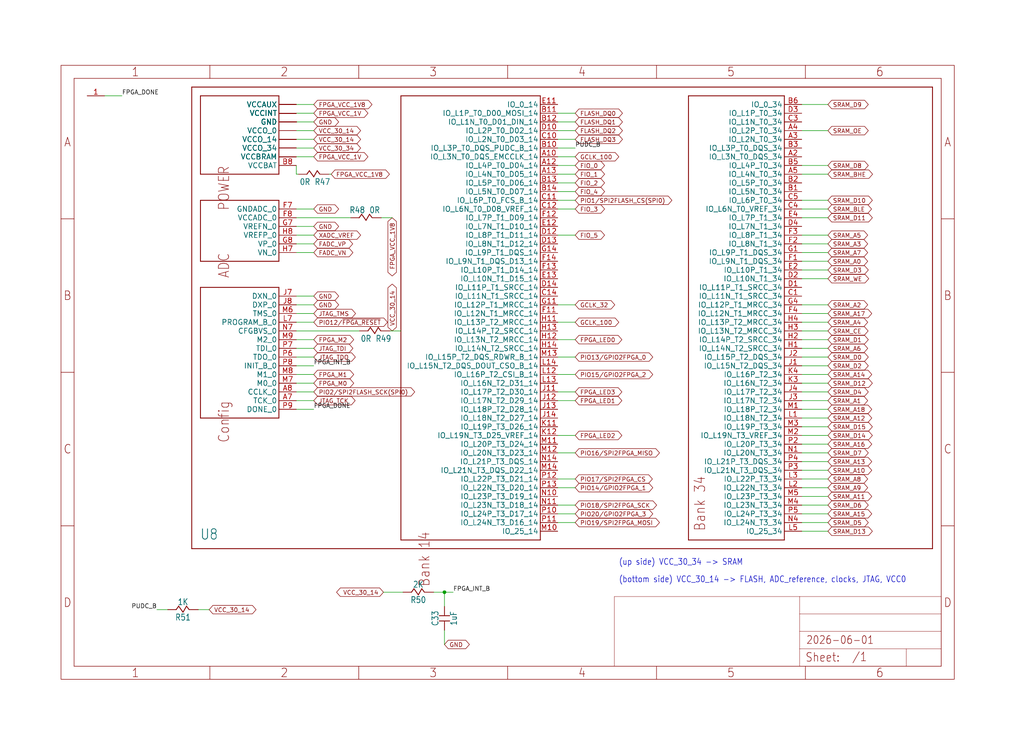
<source format=kicad_sch>
(kicad_sch (version 20250114) (generator "eeschema") (generator_version "9.0")
  (paper "User" 298.45 217.322)
  (lib_symbols
    (symbol "env-eagle-import:A4L-LOC"
      (symbol "A4L-LOC_1_0"
        (polyline (pts (xy 0 179.07) (xy 260.35 179.07) (xy 260.35 0) (xy 0 0) (xy 0 179.07)))
        (polyline (pts (xy 0 134.3025) (xy 3.81 134.3025)))
        (polyline (pts (xy 0 89.535) (xy 3.81 89.535)))
        (polyline (pts (xy 0 44.7675) (xy 3.81 44.7675)))
        (polyline (pts (xy 3.81 175.26) (xy 3.81 3.81)))
        (polyline (pts (xy 43.3917 179.07) (xy 43.3917 175.26)))
        (polyline (pts (xy 43.3917 3.81) (xy 43.3917 0)))
        (polyline (pts (xy 86.7833 179.07) (xy 86.7833 175.26)))
        (polyline (pts (xy 86.7833 3.81) (xy 86.7833 0)))
        (polyline (pts (xy 130.175 179.07) (xy 130.175 175.26)))
        (polyline (pts (xy 130.175 3.81) (xy 130.175 0)))
        (polyline (pts (xy 161.29 24.13) (xy 215.265 24.13)) (stroke (width 0.1016)))
        (polyline (pts (xy 161.29 3.81) (xy 161.29 24.13)) (stroke (width 0.1016)))
        (polyline (pts (xy 173.5667 179.07) (xy 173.5667 175.26)))
        (polyline (pts (xy 173.5667 3.81) (xy 173.5667 0)))
        (polyline (pts (xy 215.265 24.13) (xy 256.54 24.13)) (stroke (width 0.1016)))
        (polyline (pts (xy 215.265 19.05) (xy 215.265 24.13)) (stroke (width 0.1016)))
        (polyline (pts (xy 215.265 19.05) (xy 256.54 19.05)) (stroke (width 0.1016)))
        (polyline (pts (xy 215.265 13.97) (xy 215.265 19.05)) (stroke (width 0.1016)))
        (polyline (pts (xy 215.265 13.97) (xy 256.54 13.97)) (stroke (width 0.1016)))
        (polyline (pts (xy 215.265 8.89) (xy 215.265 13.97)) (stroke (width 0.1016)))
        (polyline (pts (xy 215.265 8.89) (xy 215.265 3.81)) (stroke (width 0.1016)))
        (polyline (pts (xy 216.9583 179.07) (xy 216.9583 175.26)))
        (polyline (pts (xy 216.9583 3.81) (xy 216.9583 0)))
        (polyline (pts (xy 246.38 8.89) (xy 215.265 8.89)) (stroke (width 0.1016)))
        (polyline (pts (xy 246.38 8.89) (xy 256.54 8.89)) (stroke (width 0.1016)))
        (polyline (pts (xy 246.38 3.81) (xy 246.38 8.89)) (stroke (width 0.1016)))
        (polyline (pts (xy 256.54 175.26) (xy 3.81 175.26)))
        (polyline (pts (xy 256.54 175.26) (xy 256.54 3.81)))
        (polyline (pts (xy 256.54 134.3025) (xy 260.35 134.3025)))
        (polyline (pts (xy 256.54 89.535) (xy 260.35 89.535)))
        (polyline (pts (xy 256.54 44.7675) (xy 260.35 44.7675)))
        (polyline (pts (xy 256.54 19.05) (xy 256.54 24.13)) (stroke (width 0.1016)))
        (polyline (pts (xy 256.54 13.97) (xy 256.54 19.05)) (stroke (width 0.1016)))
        (polyline (pts (xy 256.54 8.89) (xy 256.54 13.97)) (stroke (width 0.1016)))
        (polyline (pts (xy 256.54 3.81) (xy 3.81 3.81)))
        (polyline (pts (xy 256.54 3.81) (xy 256.54 8.89)) (stroke (width 0.1016)))
        (text "A" (at 1.905 156.6863 0) (effects (font (size 2.54 2.286))))
        (text "B" (at 1.905 111.9188 0) (effects (font (size 2.54 2.286))))
        (text "C" (at 1.905 67.1513 0) (effects (font (size 2.54 2.286))))
        (text "D" (at 1.905 22.3838 0) (effects (font (size 2.54 2.286))))
        (text "1" (at 21.6958 177.165 0) (effects (font (size 2.54 2.286))))
        (text "1" (at 21.6958 1.905 0) (effects (font (size 2.54 2.286))))
        (text "2" (at 65.0875 177.165 0) (effects (font (size 2.54 2.286))))
        (text "2" (at 65.0875 1.905 0) (effects (font (size 2.54 2.286))))
        (text "3" (at 108.4792 177.165 0) (effects (font (size 2.54 2.286))))
        (text "3" (at 108.4792 1.905 0) (effects (font (size 2.54 2.286))))
        (text "4" (at 151.8708 177.165 0) (effects (font (size 2.54 2.286))))
        (text "4" (at 151.8708 1.905 0) (effects (font (size 2.54 2.286))))
        (text "5" (at 195.2625 177.165 0) (effects (font (size 2.54 2.286))))
        (text "5" (at 195.2625 1.905 0) (effects (font (size 2.54 2.286))))
        (text "Sheet:" (at 216.916 4.953 0) (effects (font (size 2.54 2.159)) (justify left bottom)))
        (text "${PROJECTNAME}" (at 217.17 15.24 0) (effects (font (size 2.54 2.159)) (justify left bottom)))
        (text "${CURRENT_DATE}" (at 217.17 10.16 0) (effects (font (size 2.286 1.9431)) (justify left bottom)))
        (text "${#}/${##}" (at 230.505 5.08 0) (effects (font (size 2.54 2.159)) (justify left bottom)))
        (text "6" (at 238.6542 177.165 0) (effects (font (size 2.54 2.286))))
        (text "6" (at 238.6542 1.905 0) (effects (font (size 2.54 2.286))))
        (text "A" (at 258.445 156.6863 0) (effects (font (size 2.54 2.286))))
        (text "B" (at 258.445 111.9188 0) (effects (font (size 2.54 2.286))))
        (text "C" (at 258.445 67.1513 0) (effects (font (size 2.54 2.286))))
        (text "D" (at 258.445 22.3838 0) (effects (font (size 2.54 2.286))))
      )
    )
    (symbol "env-eagle-import:CAPACITOR0402"
      (property "Reference" "C" (at 0 1.714 0))
      (symbol "CAPACITOR0402_1_0"
        (polyline (pts (xy -0.762 1.524) (xy -0.762 -1.524)) (stroke (width 0.254)))
        (polyline (pts (xy 0.762 -1.524) (xy 0.762 1.524)) (stroke (width 0.254)))
        (pin bidirectional line (at -3.46 0 0) (length 2.54) (name "P$1") (number "1"))
        (pin bidirectional line (at 3.46 0 180) (length 2.54) (name "P$2") (number "2"))
      )
    )
    (symbol "env-eagle-import:RESISTORSMD_0402"
      (property "Reference" "R" (at 0 2 0))
      (symbol "RESISTORSMD_0402_1_0"
        (polyline (pts (xy -2 0) (xy -1.27 1.016)) (stroke (width 0.254)))
        (polyline (pts (xy -1.27 1.016) (xy 0 -0.762)) (stroke (width 0.254)))
        (polyline (pts (xy 0 -0.762) (xy 1.016 1.016)) (stroke (width 0.254)))
        (polyline (pts (xy 1.016 1.016) (xy 1.778 0)) (stroke (width 0.254)))
        (pin bidirectional line (at -4.46 0 0) (length 2.54) (name "1") (number "1"))
        (pin bidirectional line (at 4.46 0 180) (length 2.54) (name "2") (number "2"))
      )
    )
    (symbol "env-eagle-import:SPARTAN7-LX15"
      (property "Reference" "U" (at 0 0 0))
      (symbol "SPARTAN7-LX15_1_0"
        (polyline (pts (xy -2.54 132.08) (xy -2.54 -2.54)) (stroke (width 0.254)))
        (polyline (pts (xy -2.54 -2.54) (xy 213.36 -2.54)) (stroke (width 0.254)))
        (polyline (pts (xy 0 129.54) (xy 0 106.68)) (stroke (width 0.254)))
        (polyline (pts (xy 0 106.68) (xy 22.86 106.68)) (stroke (width 0.254)))
        (polyline (pts (xy 0 99.06) (xy 22.86 99.06)) (stroke (width 0.254)))
        (polyline (pts (xy 0 81.28) (xy 0 99.06)) (stroke (width 0.254)))
        (polyline (pts (xy 0 73.66) (xy 0 35.56)) (stroke (width 0.254)))
        (polyline (pts (xy 0 35.56) (xy 22.86 35.56)) (stroke (width 0.254)))
        (polyline (pts (xy 22.86 129.54) (xy 0 129.54)) (stroke (width 0.254)))
        (polyline (pts (xy 22.86 129.54) (xy 22.86 106.68)) (stroke (width 0.254)))
        (polyline (pts (xy 22.86 99.06) (xy 22.86 81.28)) (stroke (width 0.254)))
        (polyline (pts (xy 22.86 81.28) (xy 0 81.28)) (stroke (width 0.254)))
        (polyline (pts (xy 22.86 73.66) (xy 0 73.66)) (stroke (width 0.254)))
        (polyline (pts (xy 22.86 73.66) (xy 22.86 35.56)) (stroke (width 0.254)))
        (polyline (pts (xy 58.42 129.54) (xy 58.42 0)) (stroke (width 0.254)))
        (polyline (pts (xy 58.42 0) (xy 99.06 0)) (stroke (width 0.254)))
        (polyline (pts (xy 99.06 129.54) (xy 58.42 129.54)) (stroke (width 0.254)))
        (polyline (pts (xy 99.06 129.54) (xy 99.06 0)) (stroke (width 0.254)))
        (polyline (pts (xy 142.24 129.54) (xy 170.18 129.54)) (stroke (width 0.254)))
        (polyline (pts (xy 142.24 0) (xy 142.24 129.54)) (stroke (width 0.254)))
        (polyline (pts (xy 170.18 0) (xy 142.24 0)) (stroke (width 0.254)))
        (polyline (pts (xy 170.18 0) (xy 170.18 129.54)) (stroke (width 0.254)))
        (polyline (pts (xy 213.36 132.08) (xy -2.54 132.08)) (stroke (width 0.254)))
        (polyline (pts (xy 213.36 -2.54) (xy 213.36 132.08)) (stroke (width 0.254)))
        (text "POWER" (at 5.08 109.22 900) (effects (font (size 3 2.55)) (justify right top)))
        (text "ADC" (at 5.08 83.82 900) (effects (font (size 3 2.55)) (justify right top)))
        (text "Config" (at 5.08 40.64 900) (effects (font (size 3 2.55)) (justify right top)))
        (text "Bank 14" (at 63.5 2.54 900) (effects (font (size 3 2.55)) (justify right top)))
        (text "Bank 34" (at 147.32 2.54 900) (effects (font (size 3 2.55)) (justify left bottom)))
        (pin bidirectional line (at 27.94 127 180) (length 5.08) (name "VCCAUX") (number "F10"))
        (pin bidirectional line (at 27.94 127 180) (length 5.08) (name "VCCAUX") (number "H10"))
        (pin bidirectional line (at 27.94 127 180) (length 5.08) (name "VCCAUX") (number "K10"))
        (pin bidirectional line (at 27.94 127 180) (length 5.08) (name "VCCAUX") (number "L9"))
        (pin bidirectional line (at 27.94 124.46 180) (length 5.08) (name "VCCINT") (number "D6"))
        (pin bidirectional line (at 27.94 124.46 180) (length 5.08) (name "VCCINT") (number "D8"))
        (pin bidirectional line (at 27.94 124.46 180) (length 5.08) (name "VCCINT") (number "E7"))
        (pin bidirectional line (at 27.94 124.46 180) (length 5.08) (name "VCCINT") (number "E9"))
        (pin bidirectional line (at 27.94 124.46 180) (length 5.08) (name "VCCINT") (number "F6"))
        (pin bidirectional line (at 27.94 124.46 180) (length 5.08) (name "VCCINT") (number "G9"))
        (pin bidirectional line (at 27.94 124.46 180) (length 5.08) (name "VCCINT") (number "H6"))
        (pin bidirectional line (at 27.94 124.46 180) (length 5.08) (name "VCCINT") (number "J9"))
        (pin bidirectional line (at 27.94 124.46 180) (length 5.08) (name "VCCINT") (number "K6"))
        (pin bidirectional line (at 27.94 124.46 180) (length 5.08) (name "VCCINT") (number "K8"))
        (pin bidirectional line (at 27.94 121.92 180) (length 5.08) (name "GND") (number "A1"))
        (pin bidirectional line (at 27.94 121.92 180) (length 5.08) (name "GND") (number "A11"))
        (pin bidirectional line (at 27.94 121.92 180) (length 5.08) (name "GND") (number "A14"))
        (pin bidirectional line (at 27.94 121.92 180) (length 5.08) (name "GND") (number "A6"))
        (pin bidirectional line (at 27.94 121.92 180) (length 5.08) (name "GND") (number "A9"))
        (pin bidirectional line (at 27.94 121.92 180) (length 5.08) (name "GND") (number "B4"))
        (pin bidirectional line (at 27.94 121.92 180) (length 5.08) (name "GND") (number "B7"))
        (pin bidirectional line (at 27.94 121.92 180) (length 5.08) (name "GND") (number "B9"))
        (pin bidirectional line (at 27.94 121.92 180) (length 5.08) (name "GND") (number "C13"))
        (pin bidirectional line (at 27.94 121.92 180) (length 5.08) (name "GND") (number "C2"))
        (pin bidirectional line (at 27.94 121.92 180) (length 5.08) (name "GND") (number "C6"))
        (pin bidirectional line (at 27.94 121.92 180) (length 5.08) (name "GND") (number "C7"))
        (pin bidirectional line (at 27.94 121.92 180) (length 5.08) (name "GND") (number "C8"))
        (pin bidirectional line (at 27.94 121.92 180) (length 5.08) (name "GND") (number "C9"))
        (pin bidirectional line (at 27.94 121.92 180) (length 5.08) (name "GND") (number "D11"))
        (pin bidirectional line (at 27.94 121.92 180) (length 5.08) (name "GND") (number "D5"))
        (pin bidirectional line (at 27.94 121.92 180) (length 5.08) (name "GND") (number "D7"))
        (pin bidirectional line (at 27.94 121.92 180) (length 5.08) (name "GND") (number "D9"))
        (pin bidirectional line (at 27.94 121.92 180) (length 5.08) (name "GND") (number "E1"))
        (pin bidirectional line (at 27.94 121.92 180) (length 5.08) (name "GND") (number "E10"))
        (pin bidirectional line (at 27.94 121.92 180) (length 5.08) (name "GND") (number "E14"))
        (pin bidirectional line (at 27.94 121.92 180) (length 5.08) (name "GND") (number "E3"))
        (pin bidirectional line (at 27.94 121.92 180) (length 5.08) (name "GND") (number "E6"))
        (pin bidirectional line (at 27.94 121.92 180) (length 5.08) (name "GND") (number "E8"))
        (pin bidirectional line (at 27.94 121.92 180) (length 5.08) (name "GND") (number "F5"))
        (pin bidirectional line (at 27.94 121.92 180) (length 5.08) (name "GND") (number "F9"))
        (pin bidirectional line (at 27.94 121.92 180) (length 5.08) (name "GND") (number "G10"))
        (pin bidirectional line (at 27.94 121.92 180) (length 5.08) (name "GND") (number "G12"))
        (pin bidirectional line (at 27.94 121.92 180) (length 5.08) (name "GND") (number "G3"))
        (pin bidirectional line (at 27.94 121.92 180) (length 5.08) (name "GND") (number "G6"))
        (pin bidirectional line (at 27.94 121.92 180) (length 5.08) (name "GND") (number "H5"))
        (pin bidirectional line (at 27.94 121.92 180) (length 5.08) (name "GND") (number "H9"))
        (pin bidirectional line (at 27.94 121.92 180) (length 5.08) (name "GND") (number "J10"))
        (pin bidirectional line (at 27.94 121.92 180) (length 5.08) (name "GND") (number "J6"))
        (pin bidirectional line (at 27.94 121.92 180) (length 5.08) (name "GND") (number "K1"))
        (pin bidirectional line (at 27.94 121.92 180) (length 5.08) (name "GND") (number "K14"))
        (pin bidirectional line (at 27.94 121.92 180) (length 5.08) (name "GND") (number "K5"))
        (pin bidirectional line (at 27.94 121.92 180) (length 5.08) (name "GND") (number "K7"))
        (pin bidirectional line (at 27.94 121.92 180) (length 5.08) (name "GND") (number "K9"))
        (pin bidirectional line (at 27.94 121.92 180) (length 5.08) (name "GND") (number "L10"))
        (pin bidirectional line (at 27.94 121.92 180) (length 5.08) (name "GND") (number "L11"))
        (pin bidirectional line (at 27.94 121.92 180) (length 5.08) (name "GND") (number "L4"))
        (pin bidirectional line (at 27.94 121.92 180) (length 5.08) (name "GND") (number "L6"))
        (pin bidirectional line (at 27.94 121.92 180) (length 5.08) (name "GND") (number "L8"))
        (pin bidirectional line (at 27.94 121.92 180) (length 5.08) (name "GND") (number "N12"))
        (pin bidirectional line (at 27.94 121.92 180) (length 5.08) (name "GND") (number "N3"))
        (pin bidirectional line (at 27.94 121.92 180) (length 5.08) (name "GND") (number "N5"))
        (pin bidirectional line (at 27.94 121.92 180) (length 5.08) (name "GND") (number "N9"))
        (pin bidirectional line (at 27.94 121.92 180) (length 5.08) (name "GND") (number "P1"))
        (pin bidirectional line (at 27.94 121.92 180) (length 5.08) (name "GND") (number "P14"))
        (pin bidirectional line (at 27.94 119.38 180) (length 5.08) (name "VCCO_0") (number "N6"))
        (pin bidirectional line (at 27.94 119.38 180) (length 5.08) (name "VCCO_0") (number "N8"))
        (pin bidirectional line (at 27.94 116.84 180) (length 5.08) (name "VCCO_14") (number "G13"))
        (pin bidirectional line (at 27.94 116.84 180) (length 5.08) (name "VCCO_14") (number "K13"))
        (pin bidirectional line (at 27.94 116.84 180) (length 5.08) (name "VCCO_14") (number "N13"))
        (pin bidirectional line (at 27.94 114.3 180) (length 5.08) (name "VCCO_34") (number "G2"))
        (pin bidirectional line (at 27.94 114.3 180) (length 5.08) (name "VCCO_34") (number "K2"))
        (pin bidirectional line (at 27.94 114.3 180) (length 5.08) (name "VCCO_34") (number "N2"))
        (pin bidirectional line (at 27.94 111.76 180) (length 5.08) (name "VCCBRAM") (number "E5"))
        (pin bidirectional line (at 27.94 111.76 180) (length 5.08) (name "VCCBRAM") (number "G5"))
        (pin bidirectional line (at 27.94 111.76 180) (length 5.08) (name "VCCBRAM") (number "J5"))
        (pin bidirectional line (at 27.94 109.22 180) (length 5.08) (name "VCCBAT") (number "B8"))
        (pin bidirectional line (at 27.94 96.52 180) (length 5.08) (name "GNDADC_0") (number "F7"))
        (pin bidirectional line (at 27.94 93.98 180) (length 5.08) (name "VCCADC_0") (number "F8"))
        (pin bidirectional line (at 27.94 91.44 180) (length 5.08) (name "VREFN_0") (number "G7"))
        (pin bidirectional line (at 27.94 88.9 180) (length 5.08) (name "VREFP_0") (number "H8"))
        (pin bidirectional line (at 27.94 86.36 180) (length 5.08) (name "VP_0") (number "G8"))
        (pin bidirectional line (at 27.94 83.82 180) (length 5.08) (name "VN_0") (number "H7"))
        (pin bidirectional line (at 27.94 71.12 180) (length 5.08) (name "DXN_0") (number "J7"))
        (pin bidirectional line (at 27.94 68.58 180) (length 5.08) (name "DXP_0") (number "J8"))
        (pin bidirectional line (at 27.94 66.04 180) (length 5.08) (name "TMS_0") (number "M6"))
        (pin bidirectional line (at 27.94 63.5 180) (length 5.08) (name "PROGRAM_B_0") (number "L7"))
        (pin bidirectional line (at 27.94 60.96 180) (length 5.08) (name "CFGBVS_0") (number "N7"))
        (pin bidirectional line (at 27.94 58.42 180) (length 5.08) (name "M2_0") (number "M9"))
        (pin bidirectional line (at 27.94 55.88 180) (length 5.08) (name "TDI_0") (number "P7"))
        (pin bidirectional line (at 27.94 53.34 180) (length 5.08) (name "TDO_0") (number "P6"))
        (pin bidirectional line (at 27.94 50.8 180) (length 5.08) (name "INIT_B_0") (number "P8"))
        (pin bidirectional line (at 27.94 48.26 180) (length 5.08) (name "M1_0") (number "M8"))
        (pin bidirectional line (at 27.94 45.72 180) (length 5.08) (name "M0_0") (number "M7"))
        (pin bidirectional line (at 27.94 43.18 180) (length 5.08) (name "CCLK_0") (number "A8"))
        (pin bidirectional line (at 27.94 40.64 180) (length 5.08) (name "TCK_0") (number "A7"))
        (pin bidirectional line (at 27.94 38.1 180) (length 5.08) (name "DONE_0") (number "P9"))
        (pin bidirectional line (at 104.14 127 180) (length 5.08) (name "IO_0_14") (number "E11"))
        (pin bidirectional line (at 104.14 124.46 180) (length 5.08) (name "IO_L1P_T0_D00_MOSI_14") (number "B11"))
        (pin bidirectional line (at 104.14 121.92 180) (length 5.08) (name "IO_L1N_T0_D01_DIN_14") (number "B12"))
        (pin bidirectional line (at 104.14 119.38 180) (length 5.08) (name "IO_L2P_T0_D02_14") (number "D10"))
        (pin bidirectional line (at 104.14 116.84 180) (length 5.08) (name "IO_L2N_T0_D03_14") (number "C10"))
        (pin bidirectional line (at 104.14 114.3 180) (length 5.08) (name "IO_L3P_T0_DQS_PUDC_B_14") (number "B10"))
        (pin bidirectional line (at 104.14 111.76 180) (length 5.08) (name "IO_L3N_T0_DQS_EMCCLK_14") (number "A10"))
        (pin bidirectional line (at 104.14 109.22 180) (length 5.08) (name "IO_L4P_T0_D04_14") (number "A12"))
        (pin bidirectional line (at 104.14 106.68 180) (length 5.08) (name "IO_L4N_T0_D05_14") (number "A13"))
        (pin bidirectional line (at 104.14 104.14 180) (length 5.08) (name "IO_L5P_T0_D06_14") (number "B13"))
        (pin bidirectional line (at 104.14 101.6 180) (length 5.08) (name "IO_L5N_T0_D07_14") (number "B14"))
        (pin bidirectional line (at 104.14 99.06 180) (length 5.08) (name "IO_L6P_T0_FCS_B_14") (number "C11"))
        (pin bidirectional line (at 104.14 96.52 180) (length 5.08) (name "IO_L6N_T0_D08_VREF_14") (number "C12"))
        (pin bidirectional line (at 104.14 93.98 180) (length 5.08) (name "IO_L7P_T1_D09_14") (number "F12"))
        (pin bidirectional line (at 104.14 91.44 180) (length 5.08) (name "IO_L7N_T1_D10_14") (number "E12"))
        (pin bidirectional line (at 104.14 88.9 180) (length 5.08) (name "IO_L8P_T1_D11_14") (number "D12"))
        (pin bidirectional line (at 104.14 86.36 180) (length 5.08) (name "IO_L8N_T1_D12_14") (number "D13"))
        (pin bidirectional line (at 104.14 83.82 180) (length 5.08) (name "IO_L9P_T1_DQS_14") (number "G14"))
        (pin bidirectional line (at 104.14 81.28 180) (length 5.08) (name "IO_L9N_T1_DQS_D13_14") (number "F14"))
        (pin bidirectional line (at 104.14 78.74 180) (length 5.08) (name "IO_L10P_T1_D14_14") (number "F13"))
        (pin bidirectional line (at 104.14 76.2 180) (length 5.08) (name "IO_L10N_T1_D15_14") (number "E13"))
        (pin bidirectional line (at 104.14 73.66 180) (length 5.08) (name "IO_L11P_T1_SRCC_14") (number "D14"))
        (pin bidirectional line (at 104.14 71.12 180) (length 5.08) (name "IO_L11N_T1_SRCC_14") (number "C14"))
        (pin bidirectional line (at 104.14 68.58 180) (length 5.08) (name "IO_L12P_T1_MRCC_14") (number "G11"))
        (pin bidirectional line (at 104.14 66.04 180) (length 5.08) (name "IO_L12N_T1_MRCC_14") (number "F11"))
        (pin bidirectional line (at 104.14 63.5 180) (length 5.08) (name "IO_L13P_T2_MRCC_14") (number "H11"))
        (pin bidirectional line (at 104.14 60.96 180) (length 5.08) (name "IO_L14P_T2_SRCC_14") (number "H13"))
        (pin bidirectional line (at 104.14 58.42 180) (length 5.08) (name "IO_L13N_T2_MRCC_14") (number "H12"))
        (pin bidirectional line (at 104.14 55.88 180) (length 5.08) (name "IO_L14N_T2_SRCC_14") (number "H14"))
        (pin bidirectional line (at 104.14 53.34 180) (length 5.08) (name "IO_L15P_T2_DQS_RDWR_B_14") (number "M13"))
        (pin bidirectional line (at 104.14 50.8 180) (length 5.08) (name "IO_L15N_T2_DQS_DOUT_CSO_B_14") (number "L14"))
        (pin bidirectional line (at 104.14 48.26 180) (length 5.08) (name "IO_L16P_T2_CSI_B_14") (number "L12"))
        (pin bidirectional line (at 104.14 45.72 180) (length 5.08) (name "IO_L16N_T2_D31_14") (number "L13"))
        (pin bidirectional line (at 104.14 43.18 180) (length 5.08) (name "IO_L17P_T2_D30_14") (number "J11"))
        (pin bidirectional line (at 104.14 40.64 180) (length 5.08) (name "IO_L17N_T2_D29_14") (number "J12"))
        (pin bidirectional line (at 104.14 38.1 180) (length 5.08) (name "IO_L18P_T2_D28_14") (number "J13"))
        (pin bidirectional line (at 104.14 35.56 180) (length 5.08) (name "IO_L18N_T2_D27_14") (number "J14"))
        (pin bidirectional line (at 104.14 33.02 180) (length 5.08) (name "IO_L19P_T3_D26_14") (number "K11"))
        (pin bidirectional line (at 104.14 30.48 180) (length 5.08) (name "IO_L19N_T3_D25_VREF_14") (number "K12"))
        (pin bidirectional line (at 104.14 27.94 180) (length 5.08) (name "IO_L20P_T3_D24_14") (number "M11"))
        (pin bidirectional line (at 104.14 25.4 180) (length 5.08) (name "IO_L20N_T3_D23_14") (number "M12"))
        (pin bidirectional line (at 104.14 22.86 180) (length 5.08) (name "IO_L21P_T3_DQS_14") (number "N14"))
        (pin bidirectional line (at 104.14 20.32 180) (length 5.08) (name "IO_L21N_T3_DQS_D22_14") (number "M14"))
        (pin bidirectional line (at 104.14 17.78 180) (length 5.08) (name "IO_L22P_T3_D21_14") (number "P12"))
        (pin bidirectional line (at 104.14 15.24 180) (length 5.08) (name "IO_L22N_T3_D20_14") (number "P13"))
        (pin bidirectional line (at 104.14 12.7 180) (length 5.08) (name "IO_L23P_T3_D19_14") (number "N10"))
        (pin bidirectional line (at 104.14 10.16 180) (length 5.08) (name "IO_L23N_T3_D18_14") (number "N11"))
        (pin bidirectional line (at 104.14 7.62 180) (length 5.08) (name "IO_L24P_T3_D17_14") (number "P10"))
        (pin bidirectional line (at 104.14 5.08 180) (length 5.08) (name "IO_L24N_T3_D16_14") (number "P11"))
        (pin bidirectional line (at 104.14 2.54 180) (length 5.08) (name "IO_25_14") (number "M10"))
        (pin bidirectional line (at 175.26 127 180) (length 5.08) (name "IO_0_34") (number "B6"))
        (pin bidirectional line (at 175.26 124.46 180) (length 5.08) (name "IO_L1P_T0_34") (number "D3"))
        (pin bidirectional line (at 175.26 121.92 180) (length 5.08) (name "IO_L1N_T0_34") (number "C3"))
        (pin bidirectional line (at 175.26 119.38 180) (length 5.08) (name "IO_L2P_T0_34") (number "A4"))
        (pin bidirectional line (at 175.26 116.84 180) (length 5.08) (name "IO_L2N_T0_34") (number "A3"))
        (pin bidirectional line (at 175.26 114.3 180) (length 5.08) (name "IO_L3P_T0_DQS_34") (number "B3"))
        (pin bidirectional line (at 175.26 111.76 180) (length 5.08) (name "IO_L3N_T0_DQS_34") (number "A2"))
        (pin bidirectional line (at 175.26 109.22 180) (length 5.08) (name "IO_L4P_T0_34") (number "B5"))
        (pin bidirectional line (at 175.26 106.68 180) (length 5.08) (name "IO_L4N_T0_34") (number "A5"))
        (pin bidirectional line (at 175.26 104.14 180) (length 5.08) (name "IO_L5P_T0_34") (number "B2"))
        (pin bidirectional line (at 175.26 101.6 180) (length 5.08) (name "IO_L5N_T0_34") (number "B1"))
        (pin bidirectional line (at 175.26 99.06 180) (length 5.08) (name "IO_L6P_T0_34") (number "C5"))
        (pin bidirectional line (at 175.26 96.52 180) (length 5.08) (name "IO_L6N_T0_VREF_34") (number "C4"))
        (pin bidirectional line (at 175.26 93.98 180) (length 5.08) (name "IO_L7P_T1_34") (number "E4"))
        (pin bidirectional line (at 175.26 91.44 180) (length 5.08) (name "IO_L7N_T1_34") (number "D4"))
        (pin bidirectional line (at 175.26 88.9 180) (length 5.08) (name "IO_L8P_T1_34") (number "F3"))
        (pin bidirectional line (at 175.26 86.36 180) (length 5.08) (name "IO_L8N_T1_34") (number "F2"))
        (pin bidirectional line (at 175.26 83.82 180) (length 5.08) (name "IO_L9P_T1_DQS_34") (number "G1"))
        (pin bidirectional line (at 175.26 81.28 180) (length 5.08) (name "IO_L9N_T1_DQS_34") (number "F1"))
        (pin bidirectional line (at 175.26 78.74 180) (length 5.08) (name "IO_L10P_T1_34") (number "E2"))
        (pin bidirectional line (at 175.26 76.2 180) (length 5.08) (name "IO_L10N_T1_34") (number "D2"))
        (pin bidirectional line (at 175.26 73.66 180) (length 5.08) (name "IO_L11P_T1_SRCC_34") (number "D1"))
        (pin bidirectional line (at 175.26 71.12 180) (length 5.08) (name "IO_L11N_T1_SRCC_34") (number "C1"))
        (pin bidirectional line (at 175.26 68.58 180) (length 5.08) (name "IO_L12P_T1_MRCC_34") (number "G4"))
        (pin bidirectional line (at 175.26 66.04 180) (length 5.08) (name "IO_L12N_T1_MRCC_34") (number "F4"))
        (pin bidirectional line (at 175.26 63.5 180) (length 5.08) (name "IO_L13P_T2_MRCC_34") (number "H4"))
        (pin bidirectional line (at 175.26 60.96 180) (length 5.08) (name "IO_L13N_T2_MRCC_34") (number "H3"))
        (pin bidirectional line (at 175.26 58.42 180) (length 5.08) (name "IO_L14P_T2_SRCC_34") (number "H2"))
        (pin bidirectional line (at 175.26 55.88 180) (length 5.08) (name "IO_L14N_T2_SRCC_34") (number "H1"))
        (pin bidirectional line (at 175.26 53.34 180) (length 5.08) (name "IO_L15P_T2_DQS_34") (number "J2"))
        (pin bidirectional line (at 175.26 50.8 180) (length 5.08) (name "IO_L15N_T2_DQS_34") (number "J1"))
        (pin bidirectional line (at 175.26 48.26 180) (length 5.08) (name "IO_L16P_T2_34") (number "K4"))
        (pin bidirectional line (at 175.26 45.72 180) (length 5.08) (name "IO_L16N_T2_34") (number "K3"))
        (pin bidirectional line (at 175.26 43.18 180) (length 5.08) (name "IO_L17P_T2_34") (number "J4"))
        (pin bidirectional line (at 175.26 40.64 180) (length 5.08) (name "IO_L17N_T2_34") (number "J3"))
        (pin bidirectional line (at 175.26 38.1 180) (length 5.08) (name "IO_L18P_T2_34") (number "M1"))
        (pin bidirectional line (at 175.26 35.56 180) (length 5.08) (name "IO_L18N_T2_34") (number "L1"))
        (pin bidirectional line (at 175.26 33.02 180) (length 5.08) (name "IO_L19P_T3_34") (number "M3"))
        (pin bidirectional line (at 175.26 30.48 180) (length 5.08) (name "IO_L19N_T3_VREF_34") (number "M2"))
        (pin bidirectional line (at 175.26 27.94 180) (length 5.08) (name "IO_L20P_T3_34") (number "P2"))
        (pin bidirectional line (at 175.26 25.4 180) (length 5.08) (name "IO_L20N_T3_34") (number "N1"))
        (pin bidirectional line (at 175.26 22.86 180) (length 5.08) (name "IO_L21P_T3_DQS_34") (number "P4"))
        (pin bidirectional line (at 175.26 20.32 180) (length 5.08) (name "IO_L21N_T3_DQS_34") (number "P3"))
        (pin bidirectional line (at 175.26 17.78 180) (length 5.08) (name "IO_L22P_T3_34") (number "L3"))
        (pin bidirectional line (at 175.26 15.24 180) (length 5.08) (name "IO_L22N_T3_34") (number "L2"))
        (pin bidirectional line (at 175.26 12.7 180) (length 5.08) (name "IO_L23P_T3_34") (number "M5"))
        (pin bidirectional line (at 175.26 10.16 180) (length 5.08) (name "IO_L23N_T3_34") (number "M4"))
        (pin bidirectional line (at 175.26 7.62 180) (length 5.08) (name "IO_L24P_T3_34") (number "P5"))
        (pin bidirectional line (at 175.26 5.08 180) (length 5.08) (name "IO_L24N_T3_34") (number "N4"))
        (pin bidirectional line (at 175.26 2.54 180) (length 5.08) (name "IO_25_34") (number "L5"))
      )
    )
    (symbol "env-eagle-import:TEST_POINTSMD"
      (symbol "TEST_POINTSMD_1_0"
        (pin bidirectional line (at -5.08 0 0) (length 5.08) (name ">NAME") (number "1"))
      )
    )
  )
  (text "(up side) VCC_30_34 -> SRAM" (at 180.34 165.1 0) (effects (font (size 1.778 1.5113)) (justify left bottom)))
  (text "(bottom side) VCC_30_14 -> FLASH, ADC_reference, clocks, JTAG, VCC0" (at 180.34 170.18 0) (effects (font (size 1.778 1.5113)) (justify left bottom)))
  (junction (at 129.54 172.72))
  (wire (pts (xy 162.56 88.9) (xy 167.64 88.9)) (stroke (width 0.1524)))
  (wire (pts (xy 233.68 114.3) (xy 241.3 114.3)) (stroke (width 0.1524)))
  (wire (pts (xy 162.56 127) (xy 167.64 127)) (stroke (width 0.1524)))
  (wire (pts (xy 86.36 60.96) (xy 91.44 60.96)) (stroke (width 0.1524)))
  (wire (pts (xy 86.36 88.9) (xy 91.44 88.9)) (stroke (width 0.1524)))
  (wire (pts (xy 86.36 71.12) (xy 91.44 71.12)) (stroke (width 0.1524)))
  (wire (pts (xy 241.3 137.16) (xy 233.68 137.16)) (stroke (width 0.1524)))
  (wire (pts (xy 48.88 177.8) (xy 45.72 177.8)) (stroke (width 0.1524)))
  (wire (pts (xy 86.36 45.72) (xy 91.44 45.72)) (stroke (width 0.1524)))
  (wire (pts (xy 86.36 33.02) (xy 91.44 33.02)) (stroke (width 0.1524)))
  (wire (pts (xy 86.36 91.44) (xy 91.44 91.44)) (stroke (width 0.1524)))
  (wire (pts (xy 86.36 43.18) (xy 91.44 43.18)) (stroke (width 0.1524)))
  (wire (pts (xy 233.68 38.1) (xy 241.3 38.1)) (stroke (width 0.1524)))
  (wire (pts (xy 86.36 86.36) (xy 91.44 86.36)) (stroke (width 0.1524)))
  (wire (pts (xy 167.64 45.72) (xy 162.56 45.72)) (stroke (width 0.1524)))
  (wire (pts (xy 86.36 30.48) (xy 91.44 30.48)) (stroke (width 0.1524)))
  (wire (pts (xy 233.68 106.68) (xy 241.3 106.68)) (stroke (width 0.1524)))
  (wire (pts (xy 162.56 109.22) (xy 167.64 109.22)) (stroke (width 0.1524)))
  (wire (pts (xy 86.36 35.56) (xy 91.44 35.56)) (stroke (width 0.1524)))
  (wire (pts (xy 233.68 78.74) (xy 241.3 78.74)) (stroke (width 0.1524)))
  (wire (pts (xy 233.68 50.8) (xy 241.3 50.8)) (stroke (width 0.1524)))
  (wire (pts (xy 233.68 48.26) (xy 241.3 48.26)) (stroke (width 0.1524)))
  (wire (pts (xy 104.76 96.52) (xy 86.36 96.52)) (stroke (width 0.1524)))
  (wire (pts (xy 233.68 88.9) (xy 241.3 88.9)) (stroke (width 0.1524)))
  (wire (pts (xy 86.98 50.8) (xy 86.36 50.8)) (stroke (width 0.1524)))
  (wire (pts (xy 241.3 147.32) (xy 233.68 147.32)) (stroke (width 0.1524)))
  (wire (pts (xy 95.9 50.8) (xy 96.52 50.8)) (stroke (width 0.1524)))
  (wire (pts (xy 233.68 99.06) (xy 241.3 99.06)) (stroke (width 0.1524)))
  (wire (pts (xy 233.68 30.48) (xy 241.3 30.48)) (stroke (width 0.1524)))
  (wire (pts (xy 162.56 68.58) (xy 167.64 68.58)) (stroke (width 0.1524)))
  (wire (pts (xy 162.56 50.8) (xy 167.64 50.8)) (stroke (width 0.1524)))
  (wire (pts (xy 233.68 142.24) (xy 241.3 142.24)) (stroke (width 0.1524)))
  (wire (pts (xy 86.36 68.58) (xy 91.44 68.58)) (stroke (width 0.1524)))
  (wire (pts (xy 162.56 38.1) (xy 167.64 38.1)) (stroke (width 0.1524)))
  (wire (pts (xy 233.68 58.42) (xy 241.3 58.42)) (stroke (width 0.1524)))
  (wire (pts (xy 129.54 172.72) (xy 129.54 176.88)) (stroke (width 0.1524)))
  (wire (pts (xy 233.68 152.4) (xy 241.3 152.4)) (stroke (width 0.1524)))
  (wire (pts (xy 86.36 99.06) (xy 91.44 99.06)) (stroke (width 0.1524)))
  (wire (pts (xy 241.3 144.78) (xy 233.68 144.78)) (stroke (width 0.1524)))
  (wire (pts (xy 162.56 149.86) (xy 167.64 149.86)) (stroke (width 0.1524)))
  (wire (pts (xy 162.56 132.08) (xy 167.64 132.08)) (stroke (width 0.1524)))
  (wire (pts (xy 233.68 116.84) (xy 241.3 116.84)) (stroke (width 0.1524)))
  (wire (pts (xy 233.68 109.22) (xy 241.3 109.22)) (stroke (width 0.1524)))
  (wire (pts (xy 233.68 81.28) (xy 241.3 81.28)) (stroke (width 0.1524)))
  (wire (pts (xy 162.56 43.18) (xy 167.64 43.18)) (stroke (width 0.1524)))
  (wire (pts (xy 86.36 40.64) (xy 91.44 40.64)) (stroke (width 0.1524)))
  (wire (pts (xy 162.56 152.4) (xy 167.64 152.4)) (stroke (width 0.1524)))
  (wire (pts (xy 162.56 55.88) (xy 167.64 55.88)) (stroke (width 0.1524)))
  (wire (pts (xy 233.68 111.76) (xy 241.3 111.76)) (stroke (width 0.1524)))
  (wire (pts (xy 162.56 116.84) (xy 167.64 116.84)) (stroke (width 0.1524)))
  (wire (pts (xy 162.56 48.26) (xy 167.64 48.26)) (stroke (width 0.1524)))
  (wire (pts (xy 233.68 76.2) (xy 241.3 76.2)) (stroke (width 0.1524)))
  (wire (pts (xy 233.68 96.52) (xy 241.3 96.52)) (stroke (width 0.1524)))
  (wire (pts (xy 162.56 33.02) (xy 167.64 33.02)) (stroke (width 0.1524)))
  (wire (pts (xy 162.56 40.64) (xy 167.64 40.64)) (stroke (width 0.1524)))
  (wire (pts (xy 233.68 127) (xy 241.3 127)) (stroke (width 0.1524)))
  (wire (pts (xy 233.68 104.14) (xy 241.3 104.14)) (stroke (width 0.1524)))
  (wire (pts (xy 233.68 71.12) (xy 241.3 71.12)) (stroke (width 0.1524)))
  (wire (pts (xy 86.36 114.3) (xy 91.44 114.3)) (stroke (width 0.1524)))
  (wire (pts (xy 57.8 177.8) (xy 60.96 177.8)) (stroke (width 0.1524)))
  (wire (pts (xy 86.36 73.66) (xy 91.44 73.66)) (stroke (width 0.1524)))
  (wire (pts (xy 129.54 183.8) (xy 129.54 187.96)) (stroke (width 0.1524)))
  (wire (pts (xy 162.56 53.34) (xy 167.64 53.34)) (stroke (width 0.1524)))
  (wire (pts (xy 233.68 124.46) (xy 241.3 124.46)) (stroke (width 0.1524)))
  (wire (pts (xy 233.68 91.44) (xy 241.3 91.44)) (stroke (width 0.1524)))
  (wire (pts (xy 86.36 93.98) (xy 91.44 93.98)) (stroke (width 0.1524)))
  (wire (pts (xy 233.68 60.96) (xy 241.3 60.96)) (stroke (width 0.1524)))
  (wire (pts (xy 111.14 63.5) (xy 114.3 63.5)) (stroke (width 0.1524)))
  (wire (pts (xy 233.68 119.38) (xy 241.3 119.38)) (stroke (width 0.1524)))
  (wire (pts (xy 86.36 106.68) (xy 91.44 106.68)) (stroke (width 0.1524)))
  (wire (pts (xy 86.36 109.22) (xy 91.44 109.22)) (stroke (width 0.1524)))
  (wire (pts (xy 233.68 73.66) (xy 241.3 73.66)) (stroke (width 0.1524)))
  (wire (pts (xy 162.56 35.56) (xy 167.64 35.56)) (stroke (width 0.1524)))
  (wire (pts (xy 162.56 104.14) (xy 167.64 104.14)) (stroke (width 0.1524)))
  (wire (pts (xy 233.68 134.62) (xy 241.3 134.62)) (stroke (width 0.1524)))
  (wire (pts (xy 86.36 50.8) (xy 86.36 48.26)) (stroke (width 0.1524)))
  (wire (pts (xy 129.54 172.72) (xy 132.08 172.72)) (stroke (width 0.1524)))
  (wire (pts (xy 233.68 139.7) (xy 241.3 139.7)) (stroke (width 0.1524)))
  (wire (pts (xy 30.48 27.94) (xy 35.56 27.94)) (stroke (width 0.1524)))
  (wire (pts (xy 102.22 63.5) (xy 86.36 63.5)) (stroke (width 0.1524)))
  (wire (pts (xy 86.36 119.38) (xy 91.44 119.38)) (stroke (width 0.1524)))
  (wire (pts (xy 162.56 142.24) (xy 167.64 142.24)) (stroke (width 0.1524)))
  (wire (pts (xy 86.36 66.04) (xy 91.44 66.04)) (stroke (width 0.1524)))
  (wire (pts (xy 233.68 121.92) (xy 241.3 121.92)) (stroke (width 0.1524)))
  (wire (pts (xy 111.76 172.72) (xy 117.46 172.72)) (stroke (width 0.1524)))
  (wire (pts (xy 233.68 63.5) (xy 241.3 63.5)) (stroke (width 0.1524)))
  (wire (pts (xy 162.56 93.98) (xy 167.64 93.98)) (stroke (width 0.1524)))
  (wire (pts (xy 86.36 116.84) (xy 91.44 116.84)) (stroke (width 0.1524)))
  (wire (pts (xy 241.3 149.86) (xy 233.68 149.86)) (stroke (width 0.1524)))
  (wire (pts (xy 86.36 38.1) (xy 91.44 38.1)) (stroke (width 0.1524)))
  (wire (pts (xy 86.36 101.6) (xy 91.44 101.6)) (stroke (width 0.1524)))
  (wire (pts (xy 162.56 114.3) (xy 167.64 114.3)) (stroke (width 0.1524)))
  (wire (pts (xy 241.3 154.94) (xy 233.68 154.94)) (stroke (width 0.1524)))
  (wire (pts (xy 233.68 101.6) (xy 241.3 101.6)) (stroke (width 0.1524)))
  (wire (pts (xy 241.3 132.08) (xy 233.68 132.08)) (stroke (width 0.1524)))
  (wire (pts (xy 233.68 68.58) (xy 241.3 68.58)) (stroke (width 0.1524)))
  (wire (pts (xy 162.56 60.96) (xy 167.64 60.96)) (stroke (width 0.1524)))
  (wire (pts (xy 162.56 139.7) (xy 167.64 139.7)) (stroke (width 0.1524)))
  (wire (pts (xy 126.38 172.72) (xy 129.54 172.72)) (stroke (width 0.1524)))
  (wire (pts (xy 162.56 99.06) (xy 167.64 99.06)) (stroke (width 0.1524)))
  (wire (pts (xy 162.56 147.32) (xy 167.64 147.32)) (stroke (width 0.1524)))
  (wire (pts (xy 233.68 93.98) (xy 241.3 93.98)) (stroke (width 0.1524)))
  (wire (pts (xy 241.3 129.54) (xy 233.68 129.54)) (stroke (width 0.1524)))
  (wire (pts (xy 86.36 111.76) (xy 91.44 111.76)) (stroke (width 0.1524)))
  (wire (pts (xy 86.36 104.14) (xy 91.44 104.14)) (stroke (width 0.1524)))
  (wire (pts (xy 162.56 58.42) (xy 167.64 58.42)) (stroke (width 0.1524)))
  (wire (pts (xy 113.68 96.52) (xy 116.84 96.52)) (stroke (width 0.1524)))
  (label "FPGA_INT_B" (at 132.08 172.72 0) (effects (font (size 1.2446 1.2446))))
  (label "PUDC_B" (at 167.64 43.18 0) (effects (font (size 1.2446 1.2446))))
  (label "PUDC_B" (at 45.72 177.8 180) (effects (font (size 1.2446 1.2446))))
  (label "FPGA_INT_B" (at 91.44 106.68 0) (effects (font (size 1.2446 1.2446))))
  (label "FPGA_DONE" (at 91.44 119.38 0) (effects (font (size 1.2446 1.2446))))
  (label "FPGA_DONE" (at 35.56 27.94 0) (effects (font (size 1.2446 1.2446))))
  (global_label "SRAM_BHE" (shape bidirectional) (at 241.3 50.8 0) (effects (font (size 1.2446 1.2446))) (property "Intersheetrefs" "${INTERSHEET_REFS}" (effects (hide yes))))
  (global_label "SRAM_A8" (shape bidirectional) (at 241.3 139.7 0) (effects (font (size 1.2446 1.2446))) (property "Intersheetrefs" "${INTERSHEET_REFS}" (effects (hide yes))))
  (global_label "SRAM_OE" (shape bidirectional) (at 241.3 38.1 0) (effects (font (size 1.2446 1.2446))) (property "Intersheetrefs" "${INTERSHEET_REFS}" (effects (hide yes))))
  (global_label "FLASH_DQ3" (shape bidirectional) (at 167.64 40.64 0) (effects (font (size 1.2446 1.2446))) (property "Intersheetrefs" "${INTERSHEET_REFS}" (effects (hide yes))))
  (global_label "FPGA_M1" (shape bidirectional) (at 91.44 109.22 0) (effects (font (size 1.2446 1.2446))) (property "Intersheetrefs" "${INTERSHEET_REFS}" (effects (hide yes))))
  (global_label "GND" (shape bidirectional) (at 91.44 60.96 0) (effects (font (size 1.2446 1.2446))) (property "Intersheetrefs" "${INTERSHEET_REFS}" (effects (hide yes))))
  (global_label "SRAM_D12" (shape bidirectional) (at 241.3 111.76 0) (effects (font (size 1.2446 1.2446))) (property "Intersheetrefs" "${INTERSHEET_REFS}" (effects (hide yes))))
  (global_label "PIO1/SPI2FLASH_CS(SPI0)" (shape bidirectional) (at 167.64 58.42 0) (effects (font (size 1.2446 1.2446))) (property "Intersheetrefs" "${INTERSHEET_REFS}" (effects (hide yes))))
  (global_label "XADC_VREF" (shape bidirectional) (at 91.44 68.58 0) (effects (font (size 1.2446 1.2446))) (property "Intersheetrefs" "${INTERSHEET_REFS}" (effects (hide yes))))
  (global_label "JTAG_TMS" (shape bidirectional) (at 91.44 91.44 0) (effects (font (size 1.2446 1.2446))) (property "Intersheetrefs" "${INTERSHEET_REFS}" (effects (hide yes))))
  (global_label "FPGA_LED0" (shape bidirectional) (at 167.64 99.06 0) (effects (font (size 1.2446 1.2446))) (property "Intersheetrefs" "${INTERSHEET_REFS}" (effects (hide yes))))
  (global_label "SRAM_D11" (shape bidirectional) (at 241.3 63.5 0) (effects (font (size 1.2446 1.2446))) (property "Intersheetrefs" "${INTERSHEET_REFS}" (effects (hide yes))))
  (global_label "JTAG_TDI" (shape bidirectional) (at 91.44 101.6 0) (effects (font (size 1.2446 1.2446))) (property "Intersheetrefs" "${INTERSHEET_REFS}" (effects (hide yes))))
  (global_label "SRAM_A13" (shape bidirectional) (at 241.3 134.62 0) (effects (font (size 1.2446 1.2446))) (property "Intersheetrefs" "${INTERSHEET_REFS}" (effects (hide yes))))
  (global_label "SRAM_D1" (shape bidirectional) (at 241.3 99.06 0) (effects (font (size 1.2446 1.2446))) (property "Intersheetrefs" "${INTERSHEET_REFS}" (effects (hide yes))))
  (global_label "SRAM_A15" (shape bidirectional) (at 241.3 149.86 0) (effects (font (size 1.2446 1.2446))) (property "Intersheetrefs" "${INTERSHEET_REFS}" (effects (hide yes))))
  (global_label "PIO14/GPIO2FPGA_1" (shape bidirectional) (at 167.64 142.24 0) (effects (font (size 1.2446 1.2446))) (property "Intersheetrefs" "${INTERSHEET_REFS}" (effects (hide yes))))
  (global_label "FLASH_DQ0" (shape bidirectional) (at 167.64 33.02 0) (effects (font (size 1.2446 1.2446))) (property "Intersheetrefs" "${INTERSHEET_REFS}" (effects (hide yes))))
  (global_label "FPGA_VCC_1V8" (shape bidirectional) (at 114.3 63.5 270) (effects (font (size 1.2446 1.2446))) (property "Intersheetrefs" "${INTERSHEET_REFS}" (effects (hide yes))))
  (global_label "FPGA_M0" (shape bidirectional) (at 91.44 111.76 0) (effects (font (size 1.2446 1.2446))) (property "Intersheetrefs" "${INTERSHEET_REFS}" (effects (hide yes))))
  (global_label "GND" (shape bidirectional) (at 91.44 35.56 0) (effects (font (size 1.2446 1.2446))) (property "Intersheetrefs" "${INTERSHEET_REFS}" (effects (hide yes))))
  (global_label "FIO_4" (shape bidirectional) (at 167.64 55.88 0) (effects (font (size 1.2446 1.2446))) (property "Intersheetrefs" "${INTERSHEET_REFS}" (effects (hide yes))))
  (global_label "SRAM_D9" (shape bidirectional) (at 241.3 30.48 0) (effects (font (size 1.2446 1.2446))) (property "Intersheetrefs" "${INTERSHEET_REFS}" (effects (hide yes))))
  (global_label "VCC_30_14" (shape bidirectional) (at 91.44 40.64 0) (effects (font (size 1.2446 1.2446))) (property "Intersheetrefs" "${INTERSHEET_REFS}" (effects (hide yes))))
  (global_label "FIO_2" (shape bidirectional) (at 167.64 53.34 0) (effects (font (size 1.2446 1.2446))) (property "Intersheetrefs" "${INTERSHEET_REFS}" (effects (hide yes))))
  (global_label "PIO19/SPI2FPGA_MOSI" (shape bidirectional) (at 167.64 152.4 0) (effects (font (size 1.2446 1.2446))) (property "Intersheetrefs" "${INTERSHEET_REFS}" (effects (hide yes))))
  (global_label "SRAM_D0" (shape bidirectional) (at 241.3 104.14 0) (effects (font (size 1.2446 1.2446))) (property "Intersheetrefs" "${INTERSHEET_REFS}" (effects (hide yes))))
  (global_label "GCLK_100" (shape bidirectional) (at 167.64 45.72 0) (effects (font (size 1.2446 1.2446))) (property "Intersheetrefs" "${INTERSHEET_REFS}" (effects (hide yes))))
  (global_label "PIO20/GPIO2FPGA_3" (shape bidirectional) (at 167.64 149.86 0) (effects (font (size 1.2446 1.2446))) (property "Intersheetrefs" "${INTERSHEET_REFS}" (effects (hide yes))))
  (global_label "FLASH_DQ2" (shape bidirectional) (at 167.64 38.1 0) (effects (font (size 1.2446 1.2446))) (property "Intersheetrefs" "${INTERSHEET_REFS}" (effects (hide yes))))
  (global_label "FPGA_VCC_1V8" (shape bidirectional) (at 96.52 50.8 0) (effects (font (size 1.2446 1.2446))) (property "Intersheetrefs" "${INTERSHEET_REFS}" (effects (hide yes))))
  (global_label "FADC_VP" (shape bidirectional) (at 91.44 71.12 0) (effects (font (size 1.2446 1.2446))) (property "Intersheetrefs" "${INTERSHEET_REFS}" (effects (hide yes))))
  (global_label "SRAM_A5" (shape bidirectional) (at 241.3 68.58 0) (effects (font (size 1.2446 1.2446))) (property "Intersheetrefs" "${INTERSHEET_REFS}" (effects (hide yes))))
  (global_label "GND" (shape bidirectional) (at 129.54 187.96 0) (effects (font (size 1.2446 1.2446))) (property "Intersheetrefs" "${INTERSHEET_REFS}" (effects (hide yes))))
  (global_label "JTAG_TDO" (shape bidirectional) (at 91.44 104.14 0) (effects (font (size 1.2446 1.2446))) (property "Intersheetrefs" "${INTERSHEET_REFS}" (effects (hide yes))))
  (global_label "PIO2/SPI2FLASH_SCK(SPI0)" (shape bidirectional) (at 91.44 114.3 0) (effects (font (size 1.2446 1.2446))) (property "Intersheetrefs" "${INTERSHEET_REFS}" (effects (hide yes))))
  (global_label "FPGA_LED2" (shape bidirectional) (at 167.64 127 0) (effects (font (size 1.2446 1.2446))) (property "Intersheetrefs" "${INTERSHEET_REFS}" (effects (hide yes))))
  (global_label "FLASH_DQ1" (shape bidirectional) (at 167.64 35.56 0) (effects (font (size 1.2446 1.2446))) (property "Intersheetrefs" "${INTERSHEET_REFS}" (effects (hide yes))))
  (global_label "SRAM_D14" (shape bidirectional) (at 241.3 127 0) (effects (font (size 1.2446 1.2446))) (property "Intersheetrefs" "${INTERSHEET_REFS}" (effects (hide yes))))
  (global_label "SRAM_D6" (shape bidirectional) (at 241.3 147.32 0) (effects (font (size 1.2446 1.2446))) (property "Intersheetrefs" "${INTERSHEET_REFS}" (effects (hide yes))))
  (global_label "GND" (shape bidirectional) (at 91.44 86.36 0) (effects (font (size 1.2446 1.2446))) (property "Intersheetrefs" "${INTERSHEET_REFS}" (effects (hide yes))))
  (global_label "SRAM_A12" (shape bidirectional) (at 241.3 121.92 0) (effects (font (size 1.2446 1.2446))) (property "Intersheetrefs" "${INTERSHEET_REFS}" (effects (hide yes))))
  (global_label "SRAM_A7" (shape bidirectional) (at 241.3 73.66 0) (effects (font (size 1.2446 1.2446))) (property "Intersheetrefs" "${INTERSHEET_REFS}" (effects (hide yes))))
  (global_label "SRAM_A18" (shape bidirectional) (at 241.3 119.38 0) (effects (font (size 1.2446 1.2446))) (property "Intersheetrefs" "${INTERSHEET_REFS}" (effects (hide yes))))
  (global_label "SRAM_D3" (shape bidirectional) (at 241.3 78.74 0) (effects (font (size 1.2446 1.2446))) (property "Intersheetrefs" "${INTERSHEET_REFS}" (effects (hide yes))))
  (global_label "FIO_5" (shape bidirectional) (at 167.64 68.58 0) (effects (font (size 1.2446 1.2446))) (property "Intersheetrefs" "${INTERSHEET_REFS}" (effects (hide yes))))
  (global_label "SRAM_D7" (shape bidirectional) (at 241.3 132.08 0) (effects (font (size 1.2446 1.2446))) (property "Intersheetrefs" "${INTERSHEET_REFS}" (effects (hide yes))))
  (global_label "SRAM_A6" (shape bidirectional) (at 241.3 101.6 0) (effects (font (size 1.2446 1.2446))) (property "Intersheetrefs" "${INTERSHEET_REFS}" (effects (hide yes))))
  (global_label "GND" (shape bidirectional) (at 91.44 88.9 0) (effects (font (size 1.2446 1.2446))) (property "Intersheetrefs" "${INTERSHEET_REFS}" (effects (hide yes))))
  (global_label "SRAM_A2" (shape bidirectional) (at 241.3 88.9 0) (effects (font (size 1.2446 1.2446))) (property "Intersheetrefs" "${INTERSHEET_REFS}" (effects (hide yes))))
  (global_label "FPGA_LED3" (shape bidirectional) (at 167.64 114.3 0) (effects (font (size 1.2446 1.2446))) (property "Intersheetrefs" "${INTERSHEET_REFS}" (effects (hide yes))))
  (global_label "SRAM_D10" (shape bidirectional) (at 241.3 58.42 0) (effects (font (size 1.2446 1.2446))) (property "Intersheetrefs" "${INTERSHEET_REFS}" (effects (hide yes))))
  (global_label "FPGA_LED1" (shape bidirectional) (at 167.64 116.84 0) (effects (font (size 1.2446 1.2446))) (property "Intersheetrefs" "${INTERSHEET_REFS}" (effects (hide yes))))
  (global_label "FPGA_M2" (shape bidirectional) (at 91.44 99.06 0) (effects (font (size 1.2446 1.2446))) (property "Intersheetrefs" "${INTERSHEET_REFS}" (effects (hide yes))))
  (global_label "PIO12/~{FPGA_RESET}" (shape bidirectional) (at 91.44 93.98 0) (effects (font (size 1.2446 1.2446))) (property "Intersheetrefs" "${INTERSHEET_REFS}" (effects (hide yes))))
  (global_label "FPGA_VCC_1V" (shape bidirectional) (at 91.44 45.72 0) (effects (font (size 1.2446 1.2446))) (property "Intersheetrefs" "${INTERSHEET_REFS}" (effects (hide yes))))
  (global_label "FIO_1" (shape bidirectional) (at 167.64 50.8 0) (effects (font (size 1.2446 1.2446))) (property "Intersheetrefs" "${INTERSHEET_REFS}" (effects (hide yes))))
  (global_label "FIO_0" (shape bidirectional) (at 167.64 48.26 0) (effects (font (size 1.2446 1.2446))) (property "Intersheetrefs" "${INTERSHEET_REFS}" (effects (hide yes))))
  (global_label "SRAM_D8" (shape bidirectional) (at 241.3 48.26 0) (effects (font (size 1.2446 1.2446))) (property "Intersheetrefs" "${INTERSHEET_REFS}" (effects (hide yes))))
  (global_label "GND" (shape bidirectional) (at 91.44 66.04 0) (effects (font (size 1.2446 1.2446))) (property "Intersheetrefs" "${INTERSHEET_REFS}" (effects (hide yes))))
  (global_label "SRAM_A3" (shape bidirectional) (at 241.3 71.12 0) (effects (font (size 1.2446 1.2446))) (property "Intersheetrefs" "${INTERSHEET_REFS}" (effects (hide yes))))
  (global_label "SRAM_A14" (shape bidirectional) (at 241.3 109.22 0) (effects (font (size 1.2446 1.2446))) (property "Intersheetrefs" "${INTERSHEET_REFS}" (effects (hide yes))))
  (global_label "SRAM_A10" (shape bidirectional) (at 241.3 137.16 0) (effects (font (size 1.2446 1.2446))) (property "Intersheetrefs" "${INTERSHEET_REFS}" (effects (hide yes))))
  (global_label "FADC_VN" (shape bidirectional) (at 91.44 73.66 0) (effects (font (size 1.2446 1.2446))) (property "Intersheetrefs" "${INTERSHEET_REFS}" (effects (hide yes))))
  (global_label "SRAM_A0" (shape bidirectional) (at 241.3 76.2 0) (effects (font (size 1.2446 1.2446))) (property "Intersheetrefs" "${INTERSHEET_REFS}" (effects (hide yes))))
  (global_label "SRAM_D13" (shape bidirectional) (at 241.3 154.94 0) (effects (font (size 1.2446 1.2446))) (property "Intersheetrefs" "${INTERSHEET_REFS}" (effects (hide yes))))
  (global_label "SRAM_A1" (shape bidirectional) (at 241.3 116.84 0) (effects (font (size 1.2446 1.2446))) (property "Intersheetrefs" "${INTERSHEET_REFS}" (effects (hide yes))))
  (global_label "SRAM_BLE" (shape bidirectional) (at 241.3 60.96 0) (effects (font (size 1.2446 1.2446))) (property "Intersheetrefs" "${INTERSHEET_REFS}" (effects (hide yes))))
  (global_label "SRAM_D5" (shape bidirectional) (at 241.3 152.4 0) (effects (font (size 1.2446 1.2446))) (property "Intersheetrefs" "${INTERSHEET_REFS}" (effects (hide yes))))
  (global_label "FPGA_VCC_1V" (shape bidirectional) (at 91.44 33.02 0) (effects (font (size 1.2446 1.2446))) (property "Intersheetrefs" "${INTERSHEET_REFS}" (effects (hide yes))))
  (global_label "VCC_30_14" (shape bidirectional) (at 111.76 172.72 180) (effects (font (size 1.2446 1.2446))) (property "Intersheetrefs" "${INTERSHEET_REFS}" (effects (hide yes))))
  (global_label "VCC_30_14" (shape bidirectional) (at 114.3 96.52 90) (effects (font (size 1.2446 1.2446))) (property "Intersheetrefs" "${INTERSHEET_REFS}" (effects (hide yes))))
  (global_label "PIO18/SPI2FPGA_SCK" (shape bidirectional) (at 167.64 147.32 0) (effects (font (size 1.2446 1.2446))) (property "Intersheetrefs" "${INTERSHEET_REFS}" (effects (hide yes))))
  (global_label "JTAG_TCK" (shape bidirectional) (at 91.44 116.84 0) (effects (font (size 1.2446 1.2446))) (property "Intersheetrefs" "${INTERSHEET_REFS}" (effects (hide yes))))
  (global_label "SRAM_A4" (shape bidirectional) (at 241.3 93.98 0) (effects (font (size 1.2446 1.2446))) (property "Intersheetrefs" "${INTERSHEET_REFS}" (effects (hide yes))))
  (global_label "PIO15/GPIO2FPGA_2" (shape bidirectional) (at 167.64 109.22 0) (effects (font (size 1.2446 1.2446))) (property "Intersheetrefs" "${INTERSHEET_REFS}" (effects (hide yes))))
  (global_label "GCLK_32" (shape bidirectional) (at 167.64 88.9 0) (effects (font (size 1.2446 1.2446))) (property "Intersheetrefs" "${INTERSHEET_REFS}" (effects (hide yes))))
  (global_label "SRAM_D15" (shape bidirectional) (at 241.3 124.46 0) (effects (font (size 1.2446 1.2446))) (property "Intersheetrefs" "${INTERSHEET_REFS}" (effects (hide yes))))
  (global_label "FPGA_VCC_1V8" (shape bidirectional) (at 91.44 30.48 0) (effects (font (size 1.2446 1.2446))) (property "Intersheetrefs" "${INTERSHEET_REFS}" (effects (hide yes))))
  (global_label "SRAM_WE" (shape bidirectional) (at 241.3 81.28 0) (effects (font (size 1.2446 1.2446))) (property "Intersheetrefs" "${INTERSHEET_REFS}" (effects (hide yes))))
  (global_label "VCC_30_14" (shape bidirectional) (at 91.44 38.1 0) (effects (font (size 1.2446 1.2446))) (property "Intersheetrefs" "${INTERSHEET_REFS}" (effects (hide yes))))
  (global_label "SRAM_CE" (shape bidirectional) (at 241.3 96.52 0) (effects (font (size 1.2446 1.2446))) (property "Intersheetrefs" "${INTERSHEET_REFS}" (effects (hide yes))))
  (global_label "PIO16/SPI2FPGA_MISO" (shape bidirectional) (at 167.64 132.08 0) (effects (font (size 1.2446 1.2446))) (property "Intersheetrefs" "${INTERSHEET_REFS}" (effects (hide yes))))
  (global_label "VCC_30_34" (shape bidirectional) (at 91.44 43.18 0) (effects (font (size 1.2446 1.2446))) (property "Intersheetrefs" "${INTERSHEET_REFS}" (effects (hide yes))))
  (global_label "SRAM_A16" (shape bidirectional) (at 241.3 129.54 0) (effects (font (size 1.2446 1.2446))) (property "Intersheetrefs" "${INTERSHEET_REFS}" (effects (hide yes))))
  (global_label "FIO_3" (shape bidirectional) (at 167.64 60.96 0) (effects (font (size 1.2446 1.2446))) (property "Intersheetrefs" "${INTERSHEET_REFS}" (effects (hide yes))))
  (global_label "PIO13/GPIO2FPGA_0" (shape bidirectional) (at 167.64 104.14 0) (effects (font (size 1.2446 1.2446))) (property "Intersheetrefs" "${INTERSHEET_REFS}" (effects (hide yes))))
  (global_label "SRAM_D4" (shape bidirectional) (at 241.3 114.3 0) (effects (font (size 1.2446 1.2446))) (property "Intersheetrefs" "${INTERSHEET_REFS}" (effects (hide yes))))
  (global_label "VCC_30_14" (shape bidirectional) (at 60.96 177.8 0) (effects (font (size 1.2446 1.2446))) (property "Intersheetrefs" "${INTERSHEET_REFS}" (effects (hide yes))))
  (global_label "GCLK_100" (shape bidirectional) (at 167.64 93.98 0) (effects (font (size 1.2446 1.2446))) (property "Intersheetrefs" "${INTERSHEET_REFS}" (effects (hide yes))))
  (global_label "SRAM_D2" (shape bidirectional) (at 241.3 106.68 0) (effects (font (size 1.2446 1.2446))) (property "Intersheetrefs" "${INTERSHEET_REFS}" (effects (hide yes))))
  (global_label "SRAM_A9" (shape bidirectional) (at 241.3 142.24 0) (effects (font (size 1.2446 1.2446))) (property "Intersheetrefs" "${INTERSHEET_REFS}" (effects (hide yes))))
  (global_label "SRAM_A17" (shape bidirectional) (at 241.3 91.44 0) (effects (font (size 1.2446 1.2446))) (property "Intersheetrefs" "${INTERSHEET_REFS}" (effects (hide yes))))
  (global_label "PIO17/SPI2FPGA_CS" (shape bidirectional) (at 167.64 139.7 0) (effects (font (size 1.2446 1.2446))) (property "Intersheetrefs" "${INTERSHEET_REFS}" (effects (hide yes))))
  (global_label "SRAM_A11" (shape bidirectional) (at 241.3 144.78 0) (effects (font (size 1.2446 1.2446))) (property "Intersheetrefs" "${INTERSHEET_REFS}" (effects (hide yes))))
  (symbol (lib_id "env-eagle-import:RESISTORSMD_0402") (at 109.22 96.52 0) (unit 1)
    (property "Reference" "R49" (at 111.76 97.79 0) (effects (font (size 1.778 1.5113)) (justify top)))
    (property "Value" "0R" (at 106.68 97.79 0) (effects (font (size 1.778 1.5113)) (justify top)))
    (property "Footprint" "env:0402" (effects (hide yes)))
    (property "OC_NEWARK" "unknown" (effects (hide yes)))
  )
  (symbol (lib_id "env-eagle-import:A4L-LOC") (at 17.78 198.12 0) (unit 1)
    (property "Reference" "#FRAME5" (effects (hide yes)))
    (property "Value" "FPGA Main" (effects (hide yes)))
  )
  (symbol (lib_id "env-eagle-import:RESISTORSMD_0402") (at 91.44 50.8 0) (unit 1)
    (property "Reference" "R47" (at 93.98 52.07 0) (effects (font (size 1.778 1.5113)) (justify top)))
    (property "Value" "0R" (at 88.9 52.07 0) (effects (font (size 1.778 1.5113)) (justify top)))
    (property "Footprint" "env:0402" (effects (hide yes)))
    (property "OC_NEWARK" "unknown" (effects (hide yes)))
  )
  (symbol (lib_id "env-eagle-import:RESISTORSMD_0402") (at 106.68 63.5 0) (unit 1)
    (property "Reference" "R48" (at 104.14 62.23 0) (effects (font (size 1.778 1.5113)) (justify bottom)))
    (property "Value" "0R" (at 109.22 62.23 0) (effects (font (size 1.778 1.5113)) (justify bottom)))
    (property "Footprint" "env:0402" (effects (hide yes)))
    (property "OC_NEWARK" "unknown" (effects (hide yes)))
  )
  (symbol (lib_id "env-eagle-import:SPARTAN7-LX15") (at 58.42 157.48 0) (unit 1)
    (property "Reference" "U8" (at 60.96 157.48 0) (effects (font (size 3 2.55)) (justify bottom)))
    (property "Value" "SPARTAN7-LX15" (effects (hide yes)))
    (property "Footprint" "env:FTGB196" (effects (hide yes)))
  )
  (symbol (lib_id "env-eagle-import:TEST_POINTSMD") (at 25.4 27.94 180) (unit 1)
    (property "Reference" "TP1" (effects (hide yes)))
    (property "Value" "TEST_POINTSMD" (effects (hide yes)))
    (property "Footprint" "env:SMD_PAD" (effects (hide yes)))
  )
  (symbol (lib_id "env-eagle-import:RESISTORSMD_0402") (at 121.92 172.72 0) (unit 1)
    (property "Reference" "R50" (at 121.92 173.99 0) (effects (font (size 1.778 1.5113)) (justify top)))
    (property "Value" "2K" (at 121.92 171.45 0) (effects (font (size 1.778 1.5113)) (justify bottom)))
    (property "Footprint" "env:0402" (effects (hide yes)))
    (property "OC_NEWARK" "unknown" (effects (hide yes)))
  )
  (symbol (lib_id "env-eagle-import:RESISTORSMD_0402") (at 53.34 177.8 0) (unit 1)
    (property "Reference" "R51" (at 53.34 179.07 0) (effects (font (size 1.778 1.5113)) (justify top)))
    (property "Value" "1K" (at 53.34 176.53 0) (effects (font (size 1.778 1.5113)) (justify bottom)))
    (property "Footprint" "env:0402" (effects (hide yes)))
    (property "OC_NEWARK" "unknown" (effects (hide yes)))
  )
  (symbol (lib_id "env-eagle-import:CAPACITOR0402") (at 129.54 180.34 90) (unit 1)
    (property "Reference" "C33" (at 127.826 180.34 0) (effects (font (size 1.778 1.5113)) (justify bottom)))
    (property "Value" "1uF" (at 131.254 180.34 0) (effects (font (size 1.778 1.5113)) (justify top)))
    (property "Footprint" "env:0402" (effects (hide yes)))
    (property "OC_NEWARK" "unknown" (effects (hide yes)))
  )
)
</source>
